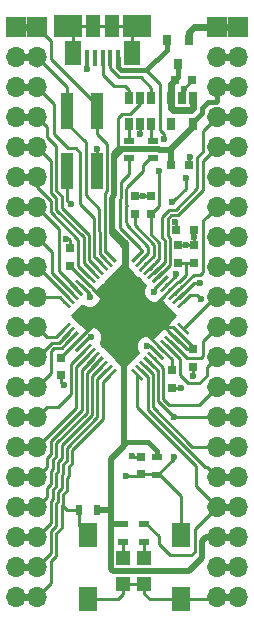
<source format=gtl>
%TF.GenerationSoftware,KiCad,Pcbnew,no-vcs-found-d00fc99~60~ubuntu16.04.1*%
%TF.CreationDate,2017-10-03T23:38:07-03:00*%
%TF.ProjectId,efm32-board,65666D33322D626F6172642E6B696361,rev?*%
%TF.SameCoordinates,Original*%
%TF.FileFunction,Copper,L1,Top,Signal*%
%TF.FilePolarity,Positive*%
%FSLAX46Y46*%
G04 Gerber Fmt 4.6, Leading zero omitted, Abs format (unit mm)*
G04 Created by KiCad (PCBNEW no-vcs-found-d00fc99~60~ubuntu16.04.1) date Tue Oct  3 23:38:07 2017*
%MOMM*%
%LPD*%
G01*
G04 APERTURE LIST*
%TA.AperFunction,SMDPad,CuDef*%
%ADD10R,1.000000X3.150000*%
%TD*%
%TA.AperFunction,SMDPad,CuDef*%
%ADD11R,0.750000X0.800000*%
%TD*%
%TA.AperFunction,SMDPad,CuDef*%
%ADD12R,0.800000X0.900000*%
%TD*%
%TA.AperFunction,SMDPad,CuDef*%
%ADD13R,1.600000X2.000000*%
%TD*%
%TA.AperFunction,ComponentPad*%
%ADD14R,1.700000X1.700000*%
%TD*%
%TA.AperFunction,ComponentPad*%
%ADD15O,1.700000X1.700000*%
%TD*%
%TA.AperFunction,SMDPad,CuDef*%
%ADD16R,0.650000X1.060000*%
%TD*%
%TA.AperFunction,SMDPad,CuDef*%
%ADD17R,0.800000X0.750000*%
%TD*%
%TA.AperFunction,SMDPad,CuDef*%
%ADD18C,0.250000*%
%TD*%
%TA.AperFunction,Conductor*%
%ADD19C,0.100000*%
%TD*%
%TA.AperFunction,SMDPad,CuDef*%
%ADD20R,0.900000X0.500000*%
%TD*%
%TA.AperFunction,SMDPad,CuDef*%
%ADD21R,1.175000X1.900000*%
%TD*%
%TA.AperFunction,SMDPad,CuDef*%
%ADD22R,2.375000X1.900000*%
%TD*%
%TA.AperFunction,SMDPad,CuDef*%
%ADD23R,1.475000X2.100000*%
%TD*%
%TA.AperFunction,SMDPad,CuDef*%
%ADD24R,0.450000X1.380000*%
%TD*%
%TA.AperFunction,SMDPad,CuDef*%
%ADD25R,1.200000X1.200000*%
%TD*%
%TA.AperFunction,SMDPad,CuDef*%
%ADD26R,0.500000X0.900000*%
%TD*%
%TA.AperFunction,ViaPad*%
%ADD27C,0.600000*%
%TD*%
%TA.AperFunction,Conductor*%
%ADD28C,0.600000*%
%TD*%
%TA.AperFunction,Conductor*%
%ADD29C,0.400000*%
%TD*%
%TA.AperFunction,Conductor*%
%ADD30C,0.250000*%
%TD*%
%TA.AperFunction,Conductor*%
%ADD31C,0.500000*%
%TD*%
%TA.AperFunction,Conductor*%
%ADD32C,0.254000*%
%TD*%
G04 APERTURE END LIST*
D10*
%TO.P,J4,4*%
%TO.N,/nRESET*%
X122088000Y-83990000D03*
%TO.P,J4,3*%
%TO.N,/PF1/SWDIO*%
X122088000Y-78940000D03*
%TO.P,J4,2*%
%TO.N,GND*%
X124628000Y-83990000D03*
%TO.P,J4,1*%
%TO.N,/PF0/SWCLK*%
X124628000Y-78940000D03*
%TD*%
D11*
%TO.P,C7,2*%
%TO.N,GND*%
X127788000Y-86145000D03*
%TO.P,C7,1*%
%TO.N,Net-(C7-Pad1)*%
X127788000Y-87645000D03*
%TD*%
D12*
%TO.P,D2,3*%
%TO.N,+5V*%
X131438000Y-74915000D03*
%TO.P,D2,2*%
%TO.N,/vusb*%
X130488000Y-72915000D03*
%TO.P,D2,1*%
%TO.N,/vin*%
X132388000Y-72915000D03*
%TD*%
D13*
%TO.P,SW1,1*%
%TO.N,GND*%
X131698000Y-120255000D03*
%TO.P,SW1,2*%
%TO.N,/nRESET*%
X131698000Y-114855000D03*
%TD*%
D14*
%TO.P,J5,1*%
%TO.N,/vin*%
X136538000Y-71775000D03*
D15*
%TO.P,J5,2*%
%TO.N,GND*%
X136538000Y-74315000D03*
%TO.P,J5,3*%
%TO.N,+3V3*%
X136538000Y-76855000D03*
%TO.P,J5,4*%
%TO.N,/PC10*%
X136538000Y-79395000D03*
%TO.P,J5,5*%
%TO.N,/PC9*%
X136538000Y-81935000D03*
%TO.P,J5,6*%
%TO.N,/PC8*%
X136538000Y-84475000D03*
%TO.P,J5,7*%
%TO.N,/PD7*%
X136538000Y-87015000D03*
%TO.P,J5,8*%
%TO.N,/PD6*%
X136538000Y-89555000D03*
%TO.P,J5,9*%
%TO.N,/PD5*%
X136538000Y-92095000D03*
%TO.P,J5,10*%
%TO.N,/PD4*%
X136538000Y-94635000D03*
%TO.P,J5,11*%
%TO.N,/PB14*%
X136538000Y-97175000D03*
%TO.P,J5,12*%
%TO.N,/PB13*%
X136538000Y-99715000D03*
%TO.P,J5,13*%
%TO.N,/PB11*%
X136538000Y-102255000D03*
%TO.P,J5,14*%
%TO.N,/nRESET*%
X136538000Y-104795000D03*
%TO.P,J5,15*%
%TO.N,/PA10*%
X136538000Y-107335000D03*
%TO.P,J5,16*%
%TO.N,/PA9*%
X136538000Y-109875000D03*
%TO.P,J5,17*%
%TO.N,/PA8*%
X136538000Y-112415000D03*
%TO.P,J5,18*%
%TO.N,+3V3*%
X136538000Y-114955000D03*
%TO.P,J5,19*%
%TO.N,GND*%
X136538000Y-117495000D03*
%TO.P,J5,20*%
X136538000Y-120035000D03*
%TD*%
D16*
%TO.P,U3,5*%
%TO.N,+3V3*%
X128238000Y-77805000D03*
%TO.P,U3,6*%
%TO.N,/B_USB+*%
X127288000Y-77805000D03*
%TO.P,U3,4*%
%TO.N,/B_USB-*%
X129188000Y-77805000D03*
%TO.P,U3,3*%
%TO.N,Net-(R2-Pad1)*%
X129188000Y-80005000D03*
%TO.P,U3,2*%
%TO.N,GND*%
X128238000Y-80005000D03*
%TO.P,U3,1*%
%TO.N,Net-(R1-Pad1)*%
X127288000Y-80005000D03*
%TD*%
%TO.P,U2,5*%
%TO.N,+3V3*%
X132748000Y-80025000D03*
%TO.P,U2,4*%
%TO.N,N/C*%
X130848000Y-80025000D03*
%TO.P,U2,3*%
%TO.N,+5V*%
X130848000Y-77825000D03*
%TO.P,U2,2*%
%TO.N,GND*%
X131798000Y-77825000D03*
%TO.P,U2,1*%
%TO.N,+5V*%
X132748000Y-77825000D03*
%TD*%
D14*
%TO.P,J2,1*%
%TO.N,/vin*%
X134740619Y-71782500D03*
D15*
%TO.P,J2,2*%
%TO.N,GND*%
X134740619Y-74322500D03*
%TO.P,J2,3*%
%TO.N,+3V3*%
X134740619Y-76862500D03*
%TO.P,J2,4*%
%TO.N,/PC10*%
X134740619Y-79402500D03*
%TO.P,J2,5*%
%TO.N,/PC9*%
X134740619Y-81942500D03*
%TO.P,J2,6*%
%TO.N,/PC8*%
X134740619Y-84482500D03*
%TO.P,J2,7*%
%TO.N,/PD7*%
X134740619Y-87022500D03*
%TO.P,J2,8*%
%TO.N,/PD6*%
X134740619Y-89562500D03*
%TO.P,J2,9*%
%TO.N,/PD5*%
X134740619Y-92102500D03*
%TO.P,J2,10*%
%TO.N,/PD4*%
X134740619Y-94642500D03*
%TO.P,J2,11*%
%TO.N,/PB14*%
X134740619Y-97182500D03*
%TO.P,J2,12*%
%TO.N,/PB13*%
X134740619Y-99722500D03*
%TO.P,J2,13*%
%TO.N,/PB11*%
X134740619Y-102262500D03*
%TO.P,J2,14*%
%TO.N,/nRESET*%
X134740619Y-104802500D03*
%TO.P,J2,15*%
%TO.N,/PA10*%
X134740619Y-107342500D03*
%TO.P,J2,16*%
%TO.N,/PA9*%
X134740619Y-109882500D03*
%TO.P,J2,17*%
%TO.N,/PA8*%
X134740619Y-112422500D03*
%TO.P,J2,18*%
%TO.N,+3V3*%
X134740619Y-114962500D03*
%TO.P,J2,19*%
%TO.N,GND*%
X134740619Y-117502500D03*
%TO.P,J2,20*%
X134740619Y-120042500D03*
%TD*%
D17*
%TO.P,C9,2*%
%TO.N,GND*%
X132808000Y-88975000D03*
%TO.P,C9,1*%
%TO.N,Net-(C9-Pad1)*%
X131308000Y-88975000D03*
%TD*%
D18*
%TO.P,U1,1*%
%TO.N,/PA0*%
X121837542Y-97346371D03*
D19*
%TD*%
%TO.N,/PA0*%
%TO.C,U1*%
G36*
X121466311Y-97894379D02*
X121289534Y-97717602D01*
X122208773Y-96798363D01*
X122385550Y-96975140D01*
X121466311Y-97894379D01*
X121466311Y-97894379D01*
G37*
D18*
%TO.P,U1,2*%
%TO.N,/PA1*%
X122191095Y-97699924D03*
D19*
%TD*%
%TO.N,/PA1*%
%TO.C,U1*%
G36*
X121819864Y-98247932D02*
X121643087Y-98071155D01*
X122562326Y-97151916D01*
X122739103Y-97328693D01*
X121819864Y-98247932D01*
X121819864Y-98247932D01*
G37*
D18*
%TO.P,U1,3*%
%TO.N,/PA2*%
X122544649Y-98053478D03*
D19*
%TD*%
%TO.N,/PA2*%
%TO.C,U1*%
G36*
X122173418Y-98601486D02*
X121996641Y-98424709D01*
X122915880Y-97505470D01*
X123092657Y-97682247D01*
X122173418Y-98601486D01*
X122173418Y-98601486D01*
G37*
D18*
%TO.P,U1,4*%
%TO.N,+3V3*%
X122898202Y-98407031D03*
D19*
%TD*%
%TO.N,+3V3*%
%TO.C,U1*%
G36*
X122526971Y-98955039D02*
X122350194Y-98778262D01*
X123269433Y-97859023D01*
X123446210Y-98035800D01*
X122526971Y-98955039D01*
X122526971Y-98955039D01*
G37*
D18*
%TO.P,U1,5*%
%TO.N,GND*%
X123251755Y-98760584D03*
D19*
%TD*%
%TO.N,GND*%
%TO.C,U1*%
G36*
X122880524Y-99308592D02*
X122703747Y-99131815D01*
X123622986Y-98212576D01*
X123799763Y-98389353D01*
X122880524Y-99308592D01*
X122880524Y-99308592D01*
G37*
D18*
%TO.P,U1,6*%
%TO.N,/PC0*%
X123605309Y-99114138D03*
D19*
%TD*%
%TO.N,/PC0*%
%TO.C,U1*%
G36*
X123234078Y-99662146D02*
X123057301Y-99485369D01*
X123976540Y-98566130D01*
X124153317Y-98742907D01*
X123234078Y-99662146D01*
X123234078Y-99662146D01*
G37*
D18*
%TO.P,U1,7*%
%TO.N,/PC1*%
X123958862Y-99467691D03*
D19*
%TD*%
%TO.N,/PC1*%
%TO.C,U1*%
G36*
X123587631Y-100015699D02*
X123410854Y-99838922D01*
X124330093Y-98919683D01*
X124506870Y-99096460D01*
X123587631Y-100015699D01*
X123587631Y-100015699D01*
G37*
D18*
%TO.P,U1,8*%
%TO.N,/PC2*%
X124312416Y-99821245D03*
D19*
%TD*%
%TO.N,/PC2*%
%TO.C,U1*%
G36*
X123941185Y-100369253D02*
X123764408Y-100192476D01*
X124683647Y-99273237D01*
X124860424Y-99450014D01*
X123941185Y-100369253D01*
X123941185Y-100369253D01*
G37*
D18*
%TO.P,U1,9*%
%TO.N,/PC3*%
X124665969Y-100174798D03*
D19*
%TD*%
%TO.N,/PC3*%
%TO.C,U1*%
G36*
X124294738Y-100722806D02*
X124117961Y-100546029D01*
X125037200Y-99626790D01*
X125213977Y-99803567D01*
X124294738Y-100722806D01*
X124294738Y-100722806D01*
G37*
D18*
%TO.P,U1,10*%
%TO.N,/PC4*%
X125019522Y-100528351D03*
D19*
%TD*%
%TO.N,/PC4*%
%TO.C,U1*%
G36*
X124648291Y-101076359D02*
X124471514Y-100899582D01*
X125390753Y-99980343D01*
X125567530Y-100157120D01*
X124648291Y-101076359D01*
X124648291Y-101076359D01*
G37*
D18*
%TO.P,U1,11*%
%TO.N,/PB7*%
X125373076Y-100881905D03*
D19*
%TD*%
%TO.N,/PB7*%
%TO.C,U1*%
G36*
X125001845Y-101429913D02*
X124825068Y-101253136D01*
X125744307Y-100333897D01*
X125921084Y-100510674D01*
X125001845Y-101429913D01*
X125001845Y-101429913D01*
G37*
D18*
%TO.P,U1,12*%
%TO.N,/PB8*%
X125726629Y-101235458D03*
D19*
%TD*%
%TO.N,/PB8*%
%TO.C,U1*%
G36*
X125355398Y-101783466D02*
X125178621Y-101606689D01*
X126097860Y-100687450D01*
X126274637Y-100864227D01*
X125355398Y-101783466D01*
X125355398Y-101783466D01*
G37*
D18*
%TO.P,U1,13*%
%TO.N,/PA8*%
X127989371Y-101235458D03*
D19*
%TD*%
%TO.N,/PA8*%
%TO.C,U1*%
G36*
X128537379Y-101606689D02*
X128360602Y-101783466D01*
X127441363Y-100864227D01*
X127618140Y-100687450D01*
X128537379Y-101606689D01*
X128537379Y-101606689D01*
G37*
D18*
%TO.P,U1,14*%
%TO.N,/PA9*%
X128342924Y-100881905D03*
D19*
%TD*%
%TO.N,/PA9*%
%TO.C,U1*%
G36*
X128890932Y-101253136D02*
X128714155Y-101429913D01*
X127794916Y-100510674D01*
X127971693Y-100333897D01*
X128890932Y-101253136D01*
X128890932Y-101253136D01*
G37*
D18*
%TO.P,U1,15*%
%TO.N,/PA10*%
X128696478Y-100528351D03*
D19*
%TD*%
%TO.N,/PA10*%
%TO.C,U1*%
G36*
X129244486Y-100899582D02*
X129067709Y-101076359D01*
X128148470Y-100157120D01*
X128325247Y-99980343D01*
X129244486Y-100899582D01*
X129244486Y-100899582D01*
G37*
D18*
%TO.P,U1,16*%
%TO.N,/nRESET*%
X129050031Y-100174798D03*
D19*
%TD*%
%TO.N,/nRESET*%
%TO.C,U1*%
G36*
X129598039Y-100546029D02*
X129421262Y-100722806D01*
X128502023Y-99803567D01*
X128678800Y-99626790D01*
X129598039Y-100546029D01*
X129598039Y-100546029D01*
G37*
D18*
%TO.P,U1,17*%
%TO.N,/PB11*%
X129403584Y-99821245D03*
D19*
%TD*%
%TO.N,/PB11*%
%TO.C,U1*%
G36*
X129951592Y-100192476D02*
X129774815Y-100369253D01*
X128855576Y-99450014D01*
X129032353Y-99273237D01*
X129951592Y-100192476D01*
X129951592Y-100192476D01*
G37*
D18*
%TO.P,U1,18*%
%TO.N,GND*%
X129757138Y-99467691D03*
D19*
%TD*%
%TO.N,GND*%
%TO.C,U1*%
G36*
X130305146Y-99838922D02*
X130128369Y-100015699D01*
X129209130Y-99096460D01*
X129385907Y-98919683D01*
X130305146Y-99838922D01*
X130305146Y-99838922D01*
G37*
D18*
%TO.P,U1,19*%
%TO.N,+3V3*%
X130110691Y-99114138D03*
D19*
%TD*%
%TO.N,+3V3*%
%TO.C,U1*%
G36*
X130658699Y-99485369D02*
X130481922Y-99662146D01*
X129562683Y-98742907D01*
X129739460Y-98566130D01*
X130658699Y-99485369D01*
X130658699Y-99485369D01*
G37*
D18*
%TO.P,U1,20*%
%TO.N,/PB13*%
X130464245Y-98760584D03*
D19*
%TD*%
%TO.N,/PB13*%
%TO.C,U1*%
G36*
X131012253Y-99131815D02*
X130835476Y-99308592D01*
X129916237Y-98389353D01*
X130093014Y-98212576D01*
X131012253Y-99131815D01*
X131012253Y-99131815D01*
G37*
D18*
%TO.P,U1,21*%
%TO.N,/PB14*%
X130817798Y-98407031D03*
D19*
%TD*%
%TO.N,/PB14*%
%TO.C,U1*%
G36*
X131365806Y-98778262D02*
X131189029Y-98955039D01*
X130269790Y-98035800D01*
X130446567Y-97859023D01*
X131365806Y-98778262D01*
X131365806Y-98778262D01*
G37*
D18*
%TO.P,U1,22*%
%TO.N,+3V3*%
X131171351Y-98053478D03*
D19*
%TD*%
%TO.N,+3V3*%
%TO.C,U1*%
G36*
X131719359Y-98424709D02*
X131542582Y-98601486D01*
X130623343Y-97682247D01*
X130800120Y-97505470D01*
X131719359Y-98424709D01*
X131719359Y-98424709D01*
G37*
D18*
%TO.P,U1,23*%
%TO.N,+3V3*%
X131524905Y-97699924D03*
D19*
%TD*%
%TO.N,+3V3*%
%TO.C,U1*%
G36*
X132072913Y-98071155D02*
X131896136Y-98247932D01*
X130976897Y-97328693D01*
X131153674Y-97151916D01*
X132072913Y-98071155D01*
X132072913Y-98071155D01*
G37*
D18*
%TO.P,U1,24*%
%TO.N,/PD4*%
X131878458Y-97346371D03*
D19*
%TD*%
%TO.N,/PD4*%
%TO.C,U1*%
G36*
X132426466Y-97717602D02*
X132249689Y-97894379D01*
X131330450Y-96975140D01*
X131507227Y-96798363D01*
X132426466Y-97717602D01*
X132426466Y-97717602D01*
G37*
D18*
%TO.P,U1,25*%
%TO.N,/PD5*%
X131878458Y-95083629D03*
D19*
%TD*%
%TO.N,/PD5*%
%TO.C,U1*%
G36*
X131507227Y-95631637D02*
X131330450Y-95454860D01*
X132249689Y-94535621D01*
X132426466Y-94712398D01*
X131507227Y-95631637D01*
X131507227Y-95631637D01*
G37*
D18*
%TO.P,U1,26*%
%TO.N,/PD6*%
X131524905Y-94730076D03*
D19*
%TD*%
%TO.N,/PD6*%
%TO.C,U1*%
G36*
X131153674Y-95278084D02*
X130976897Y-95101307D01*
X131896136Y-94182068D01*
X132072913Y-94358845D01*
X131153674Y-95278084D01*
X131153674Y-95278084D01*
G37*
D18*
%TO.P,U1,27*%
%TO.N,/PD7*%
X131171351Y-94376522D03*
D19*
%TD*%
%TO.N,/PD7*%
%TO.C,U1*%
G36*
X130800120Y-94924530D02*
X130623343Y-94747753D01*
X131542582Y-93828514D01*
X131719359Y-94005291D01*
X130800120Y-94924530D01*
X130800120Y-94924530D01*
G37*
D18*
%TO.P,U1,28*%
%TO.N,+3V3*%
X130817798Y-94022969D03*
D19*
%TD*%
%TO.N,+3V3*%
%TO.C,U1*%
G36*
X130446567Y-94570977D02*
X130269790Y-94394200D01*
X131189029Y-93474961D01*
X131365806Y-93651738D01*
X130446567Y-94570977D01*
X130446567Y-94570977D01*
G37*
D18*
%TO.P,U1,29*%
%TO.N,Net-(C9-Pad1)*%
X130464245Y-93669416D03*
D19*
%TD*%
%TO.N,Net-(C9-Pad1)*%
%TO.C,U1*%
G36*
X130093014Y-94217424D02*
X129916237Y-94040647D01*
X130835476Y-93121408D01*
X131012253Y-93298185D01*
X130093014Y-94217424D01*
X130093014Y-94217424D01*
G37*
D18*
%TO.P,U1,30*%
%TO.N,/PC8*%
X130110691Y-93315862D03*
D19*
%TD*%
%TO.N,/PC8*%
%TO.C,U1*%
G36*
X129739460Y-93863870D02*
X129562683Y-93687093D01*
X130481922Y-92767854D01*
X130658699Y-92944631D01*
X129739460Y-93863870D01*
X129739460Y-93863870D01*
G37*
D18*
%TO.P,U1,31*%
%TO.N,/PC9*%
X129757138Y-92962309D03*
D19*
%TD*%
%TO.N,/PC9*%
%TO.C,U1*%
G36*
X129385907Y-93510317D02*
X129209130Y-93333540D01*
X130128369Y-92414301D01*
X130305146Y-92591078D01*
X129385907Y-93510317D01*
X129385907Y-93510317D01*
G37*
D18*
%TO.P,U1,32*%
%TO.N,/PC10*%
X129403584Y-92608755D03*
D19*
%TD*%
%TO.N,/PC10*%
%TO.C,U1*%
G36*
X129032353Y-93156763D02*
X128855576Y-92979986D01*
X129774815Y-92060747D01*
X129951592Y-92237524D01*
X129032353Y-93156763D01*
X129032353Y-93156763D01*
G37*
D18*
%TO.P,U1,33*%
%TO.N,/vusb*%
X129050031Y-92255202D03*
D19*
%TD*%
%TO.N,/vusb*%
%TO.C,U1*%
G36*
X128678800Y-92803210D02*
X128502023Y-92626433D01*
X129421262Y-91707194D01*
X129598039Y-91883971D01*
X128678800Y-92803210D01*
X128678800Y-92803210D01*
G37*
D18*
%TO.P,U1,34*%
%TO.N,Net-(C7-Pad1)*%
X128696478Y-91901649D03*
D19*
%TD*%
%TO.N,Net-(C7-Pad1)*%
%TO.C,U1*%
G36*
X128325247Y-92449657D02*
X128148470Y-92272880D01*
X129067709Y-91353641D01*
X129244486Y-91530418D01*
X128325247Y-92449657D01*
X128325247Y-92449657D01*
G37*
D18*
%TO.P,U1,35*%
%TO.N,/USB-*%
X128342924Y-91548095D03*
D19*
%TD*%
%TO.N,/USB-*%
%TO.C,U1*%
G36*
X127971693Y-92096103D02*
X127794916Y-91919326D01*
X128714155Y-91000087D01*
X128890932Y-91176864D01*
X127971693Y-92096103D01*
X127971693Y-92096103D01*
G37*
D18*
%TO.P,U1,36*%
%TO.N,/USB+*%
X127989371Y-91194542D03*
D19*
%TD*%
%TO.N,/USB+*%
%TO.C,U1*%
G36*
X127618140Y-91742550D02*
X127441363Y-91565773D01*
X128360602Y-90646534D01*
X128537379Y-90823311D01*
X127618140Y-91742550D01*
X127618140Y-91742550D01*
G37*
D18*
%TO.P,U1,37*%
%TO.N,/PF0/SWCLK*%
X125726629Y-91194542D03*
D19*
%TD*%
%TO.N,/PF0/SWCLK*%
%TO.C,U1*%
G36*
X126274637Y-91565773D02*
X126097860Y-91742550D01*
X125178621Y-90823311D01*
X125355398Y-90646534D01*
X126274637Y-91565773D01*
X126274637Y-91565773D01*
G37*
D18*
%TO.P,U1,38*%
%TO.N,/PF1/SWDIO*%
X125373076Y-91548095D03*
D19*
%TD*%
%TO.N,/PF1/SWDIO*%
%TO.C,U1*%
G36*
X125921084Y-91919326D02*
X125744307Y-92096103D01*
X124825068Y-91176864D01*
X125001845Y-91000087D01*
X125921084Y-91919326D01*
X125921084Y-91919326D01*
G37*
D18*
%TO.P,U1,39*%
%TO.N,/PF2*%
X125019522Y-91901649D03*
D19*
%TD*%
%TO.N,/PF2*%
%TO.C,U1*%
G36*
X125567530Y-92272880D02*
X125390753Y-92449657D01*
X124471514Y-91530418D01*
X124648291Y-91353641D01*
X125567530Y-92272880D01*
X125567530Y-92272880D01*
G37*
D18*
%TO.P,U1,40*%
%TO.N,/PF3*%
X124665969Y-92255202D03*
D19*
%TD*%
%TO.N,/PF3*%
%TO.C,U1*%
G36*
X125213977Y-92626433D02*
X125037200Y-92803210D01*
X124117961Y-91883971D01*
X124294738Y-91707194D01*
X125213977Y-92626433D01*
X125213977Y-92626433D01*
G37*
D18*
%TO.P,U1,41*%
%TO.N,/PF4*%
X124312416Y-92608755D03*
D19*
%TD*%
%TO.N,/PF4*%
%TO.C,U1*%
G36*
X124860424Y-92979986D02*
X124683647Y-93156763D01*
X123764408Y-92237524D01*
X123941185Y-92060747D01*
X124860424Y-92979986D01*
X124860424Y-92979986D01*
G37*
D18*
%TO.P,U1,42*%
%TO.N,/PF5*%
X123958862Y-92962309D03*
D19*
%TD*%
%TO.N,/PF5*%
%TO.C,U1*%
G36*
X124506870Y-93333540D02*
X124330093Y-93510317D01*
X123410854Y-92591078D01*
X123587631Y-92414301D01*
X124506870Y-93333540D01*
X124506870Y-93333540D01*
G37*
D18*
%TO.P,U1,43*%
%TO.N,+3V3*%
X123605309Y-93315862D03*
D19*
%TD*%
%TO.N,+3V3*%
%TO.C,U1*%
G36*
X124153317Y-93687093D02*
X123976540Y-93863870D01*
X123057301Y-92944631D01*
X123234078Y-92767854D01*
X124153317Y-93687093D01*
X124153317Y-93687093D01*
G37*
D18*
%TO.P,U1,44*%
%TO.N,GND*%
X123251755Y-93669416D03*
D19*
%TD*%
%TO.N,GND*%
%TO.C,U1*%
G36*
X123799763Y-94040647D02*
X123622986Y-94217424D01*
X122703747Y-93298185D01*
X122880524Y-93121408D01*
X123799763Y-94040647D01*
X123799763Y-94040647D01*
G37*
D18*
%TO.P,U1,45*%
%TO.N,/PE10*%
X122898202Y-94022969D03*
D19*
%TD*%
%TO.N,/PE10*%
%TO.C,U1*%
G36*
X123446210Y-94394200D02*
X123269433Y-94570977D01*
X122350194Y-93651738D01*
X122526971Y-93474961D01*
X123446210Y-94394200D01*
X123446210Y-94394200D01*
G37*
D18*
%TO.P,U1,46*%
%TO.N,/PE11*%
X122544649Y-94376522D03*
D19*
%TD*%
%TO.N,/PE11*%
%TO.C,U1*%
G36*
X123092657Y-94747753D02*
X122915880Y-94924530D01*
X121996641Y-94005291D01*
X122173418Y-93828514D01*
X123092657Y-94747753D01*
X123092657Y-94747753D01*
G37*
D18*
%TO.P,U1,47*%
%TO.N,/PE12*%
X122191095Y-94730076D03*
D19*
%TD*%
%TO.N,/PE12*%
%TO.C,U1*%
G36*
X122739103Y-95101307D02*
X122562326Y-95278084D01*
X121643087Y-94358845D01*
X121819864Y-94182068D01*
X122739103Y-95101307D01*
X122739103Y-95101307D01*
G37*
D18*
%TO.P,U1,48*%
%TO.N,/PE13*%
X121837542Y-95083629D03*
D19*
%TD*%
%TO.N,/PE13*%
%TO.C,U1*%
G36*
X122385550Y-95454860D02*
X122208773Y-95631637D01*
X121289534Y-94712398D01*
X121466311Y-94535621D01*
X122385550Y-95454860D01*
X122385550Y-95454860D01*
G37*
D17*
%TO.P,C10,1*%
%TO.N,+3V3*%
X130848000Y-83465000D03*
%TO.P,C10,2*%
%TO.N,GND*%
X132348000Y-83465000D03*
%TD*%
%TO.P,C11,2*%
%TO.N,GND*%
X132678000Y-76295000D03*
%TO.P,C11,1*%
%TO.N,+5V*%
X131178000Y-76295000D03*
%TD*%
D20*
%TO.P,R2,1*%
%TO.N,Net-(R2-Pad1)*%
X129318000Y-81415000D03*
%TO.P,R2,2*%
%TO.N,/USB-*%
X129318000Y-82915000D03*
%TD*%
%TO.P,R1,2*%
%TO.N,/USB+*%
X127288000Y-82925000D03*
%TO.P,R1,1*%
%TO.N,Net-(R1-Pad1)*%
X127288000Y-81425000D03*
%TD*%
D11*
%TO.P,C3,1*%
%TO.N,+3V3*%
X122318000Y-92025000D03*
%TO.P,C3,2*%
%TO.N,GND*%
X122318000Y-90525000D03*
%TD*%
%TO.P,C2,2*%
%TO.N,GND*%
X121588000Y-101305000D03*
%TO.P,C2,1*%
%TO.N,+3V3*%
X121588000Y-99805000D03*
%TD*%
%TO.P,C4,1*%
%TO.N,GND*%
X130928000Y-102385000D03*
%TO.P,C4,2*%
%TO.N,+3V3*%
X130928000Y-100885000D03*
%TD*%
%TO.P,C5,1*%
%TO.N,GND*%
X132748000Y-100585000D03*
%TO.P,C5,2*%
%TO.N,+3V3*%
X132748000Y-99085000D03*
%TD*%
%TO.P,C6,1*%
%TO.N,+3V3*%
X131468000Y-91785000D03*
%TO.P,C6,2*%
%TO.N,GND*%
X131468000Y-90285000D03*
%TD*%
D14*
%TO.P,J1,1*%
%TO.N,/PF0/SWCLK*%
X119538000Y-71825000D03*
D15*
%TO.P,J1,2*%
%TO.N,/PF1/SWDIO*%
X119538000Y-74365000D03*
%TO.P,J1,3*%
%TO.N,/PF2*%
X119538000Y-76905000D03*
%TO.P,J1,4*%
%TO.N,/PF3*%
X119538000Y-79445000D03*
%TO.P,J1,5*%
%TO.N,/PF4*%
X119538000Y-81985000D03*
%TO.P,J1,6*%
%TO.N,/PF5*%
X119538000Y-84525000D03*
%TO.P,J1,7*%
%TO.N,/PE10*%
X119538000Y-87065000D03*
%TO.P,J1,8*%
%TO.N,/PE11*%
X119538000Y-89605000D03*
%TO.P,J1,9*%
%TO.N,/PE12*%
X119538000Y-92145000D03*
%TO.P,J1,10*%
%TO.N,/PE13*%
X119538000Y-94685000D03*
%TO.P,J1,11*%
%TO.N,/PA0*%
X119538000Y-97225000D03*
%TO.P,J1,12*%
%TO.N,/PA1*%
X119538000Y-99765000D03*
%TO.P,J1,13*%
%TO.N,/PA2*%
X119538000Y-102305000D03*
%TO.P,J1,14*%
%TO.N,/PC0*%
X119538000Y-104845000D03*
%TO.P,J1,15*%
%TO.N,/PC1*%
X119538000Y-107385000D03*
%TO.P,J1,16*%
%TO.N,/PC2*%
X119538000Y-109925000D03*
%TO.P,J1,17*%
%TO.N,/PC3*%
X119538000Y-112465000D03*
%TO.P,J1,18*%
%TO.N,/PC4*%
X119538000Y-115005000D03*
%TO.P,J1,19*%
%TO.N,/PB7*%
X119538000Y-117545000D03*
%TO.P,J1,20*%
%TO.N,/PB8*%
X119538000Y-120085000D03*
%TD*%
D21*
%TO.P,J3,6*%
%TO.N,Net-(J3-Pad6)*%
X124228000Y-71725000D03*
X125908000Y-71725000D03*
D22*
X122158000Y-71725000D03*
X127978000Y-71725000D03*
D23*
X122605500Y-74025000D03*
X127530500Y-74025000D03*
D24*
%TO.P,J3,5*%
%TO.N,GND*%
X123768000Y-74385000D03*
%TO.P,J3,4*%
%TO.N,N/C*%
X124418000Y-74385000D03*
%TO.P,J3,3*%
%TO.N,/B_USB+*%
X125068000Y-74385000D03*
%TO.P,J3,2*%
%TO.N,/B_USB-*%
X125718000Y-74385000D03*
%TO.P,J3,1*%
%TO.N,/vusb*%
X126368000Y-74385000D03*
%TD*%
D20*
%TO.P,R4,2*%
%TO.N,/nRESET*%
X129698000Y-109745000D03*
%TO.P,R4,1*%
%TO.N,+3V3*%
X129698000Y-108245000D03*
%TD*%
D11*
%TO.P,C1,1*%
%TO.N,GND*%
X128298000Y-108175000D03*
%TO.P,C1,2*%
%TO.N,/nRESET*%
X128298000Y-109675000D03*
%TD*%
%TO.P,C8,1*%
%TO.N,+3V3*%
X132778000Y-91775000D03*
%TO.P,C8,2*%
%TO.N,GND*%
X132778000Y-90275000D03*
%TD*%
D15*
%TO.P,J6,20*%
%TO.N,/PB8*%
X117748000Y-120085000D03*
%TO.P,J6,19*%
%TO.N,/PB7*%
X117748000Y-117545000D03*
%TO.P,J6,18*%
%TO.N,/PC4*%
X117748000Y-115005000D03*
%TO.P,J6,17*%
%TO.N,/PC3*%
X117748000Y-112465000D03*
%TO.P,J6,16*%
%TO.N,/PC2*%
X117748000Y-109925000D03*
%TO.P,J6,15*%
%TO.N,/PC1*%
X117748000Y-107385000D03*
%TO.P,J6,14*%
%TO.N,/PC0*%
X117748000Y-104845000D03*
%TO.P,J6,13*%
%TO.N,/PA2*%
X117748000Y-102305000D03*
%TO.P,J6,12*%
%TO.N,/PA1*%
X117748000Y-99765000D03*
%TO.P,J6,11*%
%TO.N,/PA0*%
X117748000Y-97225000D03*
%TO.P,J6,10*%
%TO.N,/PE13*%
X117748000Y-94685000D03*
%TO.P,J6,9*%
%TO.N,/PE12*%
X117748000Y-92145000D03*
%TO.P,J6,8*%
%TO.N,/PE11*%
X117748000Y-89605000D03*
%TO.P,J6,7*%
%TO.N,/PE10*%
X117748000Y-87065000D03*
%TO.P,J6,6*%
%TO.N,/PF5*%
X117748000Y-84525000D03*
%TO.P,J6,5*%
%TO.N,/PF4*%
X117748000Y-81985000D03*
%TO.P,J6,4*%
%TO.N,/PF3*%
X117748000Y-79445000D03*
%TO.P,J6,3*%
%TO.N,/PF2*%
X117748000Y-76905000D03*
%TO.P,J6,2*%
%TO.N,/PF1/SWDIO*%
X117748000Y-74365000D03*
D14*
%TO.P,J6,1*%
%TO.N,/PF0/SWCLK*%
X117748000Y-71825000D03*
%TD*%
D25*
%TO.P,D1,1*%
%TO.N,GND*%
X126803001Y-118932500D03*
%TO.P,D1,2*%
%TO.N,Net-(D1-Pad2)*%
X126803001Y-116732500D03*
%TD*%
%TO.P,D3,1*%
%TO.N,GND*%
X128573001Y-118932500D03*
%TO.P,D3,2*%
%TO.N,Net-(D3-Pad2)*%
X128573001Y-116732500D03*
%TD*%
D20*
%TO.P,R3,2*%
%TO.N,+3V3*%
X126808000Y-113885000D03*
%TO.P,R3,1*%
%TO.N,Net-(D1-Pad2)*%
X126808000Y-115385000D03*
%TD*%
D26*
%TO.P,R5,1*%
%TO.N,+3V3*%
X124568000Y-112705000D03*
%TO.P,R5,2*%
%TO.N,/PB8*%
X123068000Y-112705000D03*
%TD*%
D20*
%TO.P,R6,2*%
%TO.N,/PA8*%
X128588000Y-113875000D03*
%TO.P,R6,1*%
%TO.N,Net-(D3-Pad2)*%
X128588000Y-115375000D03*
%TD*%
D13*
%TO.P,SW2,1*%
%TO.N,GND*%
X123818000Y-120205000D03*
%TO.P,SW2,2*%
%TO.N,/PB8*%
X123818000Y-114805000D03*
%TD*%
D11*
%TO.P,C12,1*%
%TO.N,/vusb*%
X129188000Y-87645000D03*
%TO.P,C12,2*%
%TO.N,GND*%
X129188000Y-86145000D03*
%TD*%
D27*
%TO.N,GND*%
X121998000Y-89785000D03*
X121762934Y-102085000D03*
X124628000Y-82155000D03*
X132118000Y-90275000D03*
X132808000Y-89555000D03*
X128478000Y-86145000D03*
X123758000Y-75395000D03*
%TO.N,Net-(C9-Pad1)*%
X131273010Y-92751941D03*
X131205828Y-88345008D03*
%TO.N,/PD6*%
X133358464Y-93438699D03*
%TO.N,/nRESET*%
X122361359Y-86821641D03*
X127028000Y-109825000D03*
%TO.N,/vusb*%
X130268012Y-81275000D03*
X129868000Y-83975000D03*
%TO.N,GND*%
X132468000Y-82815000D03*
X131928000Y-77045000D03*
X128258000Y-80895000D03*
X127528000Y-108155000D03*
X124126059Y-98063059D03*
X124126059Y-98063059D03*
X123978000Y-94665000D03*
X128818000Y-98795000D03*
X131668000Y-102345000D03*
X132728000Y-101330000D03*
%TO.N,/PD5*%
X133409924Y-94870061D03*
%TO.N,/PC8*%
X130928000Y-86644977D03*
X132092990Y-84545000D03*
X129436373Y-94204772D03*
%TO.N,/nRESET*%
X131088000Y-108235000D03*
X131089090Y-104802500D03*
%TD*%
D28*
%TO.N,+5V*%
X132748000Y-77825000D02*
X132748000Y-78630002D01*
X132523001Y-78855001D02*
X131072999Y-78855001D01*
X132748000Y-78630002D02*
X132523001Y-78855001D01*
X130859474Y-78641476D02*
X130859474Y-77836474D01*
X131072999Y-78855001D02*
X130859474Y-78641476D01*
X130859474Y-77836474D02*
X130848000Y-77825000D01*
D29*
X131438000Y-74915000D02*
X131438000Y-76035000D01*
X131438000Y-76035000D02*
X131178000Y-76295000D01*
D30*
%TO.N,GND*%
X122318000Y-89875000D02*
X122228000Y-89785000D01*
X122318000Y-90525000D02*
X122318000Y-89875000D01*
X122228000Y-89785000D02*
X121998000Y-89785000D01*
X121588000Y-101305000D02*
X121588000Y-101910066D01*
X121588000Y-101910066D02*
X121762934Y-102085000D01*
X124608000Y-84110000D02*
X124608000Y-82175000D01*
X124608000Y-82175000D02*
X124628000Y-82155000D01*
D28*
X134740619Y-74322500D02*
X136530500Y-74322500D01*
X136530500Y-74322500D02*
X136538000Y-74315000D01*
D30*
X132118000Y-90275000D02*
X131478000Y-90275000D01*
X132778000Y-90275000D02*
X132118000Y-90275000D01*
X132808000Y-89555000D02*
X132808000Y-90245000D01*
X132808000Y-88975000D02*
X132808000Y-89555000D01*
X128478000Y-86145000D02*
X129188000Y-86145000D01*
X127788000Y-86145000D02*
X128478000Y-86145000D01*
X131478000Y-90275000D02*
X131468000Y-90285000D01*
X132808000Y-90245000D02*
X132778000Y-90275000D01*
X123768000Y-74385000D02*
X123768000Y-75385000D01*
X123768000Y-75385000D02*
X123758000Y-75395000D01*
D28*
%TO.N,+3V3*%
X134740619Y-114962500D02*
X136530500Y-114962500D01*
X136530500Y-114962500D02*
X136538000Y-114955000D01*
D31*
X132398000Y-117855000D02*
X133468000Y-116785000D01*
X133468000Y-116785000D02*
X133468000Y-115315000D01*
X125753000Y-113875000D02*
X125753000Y-117692501D01*
X125753000Y-117692501D02*
X125915499Y-117855000D01*
X133468000Y-115315000D02*
X133820500Y-114962500D01*
X125915499Y-117855000D02*
X132398000Y-117855000D01*
X133820500Y-114962500D02*
X134740619Y-114962500D01*
X126868000Y-107215000D02*
X126868000Y-107275000D01*
X125753000Y-108390000D02*
X125753000Y-112685000D01*
X126868000Y-107275000D02*
X125753000Y-108390000D01*
D29*
X129698000Y-107715000D02*
X129698000Y-108245000D01*
X128938000Y-106955000D02*
X129698000Y-107715000D01*
X127128000Y-106955000D02*
X128938000Y-106955000D01*
X126868000Y-107215000D02*
X127128000Y-106955000D01*
D31*
X126868000Y-96605000D02*
X126868000Y-107215000D01*
X125753000Y-112685000D02*
X125753000Y-113875000D01*
X124568000Y-112705000D02*
X125318000Y-112705000D01*
X125318000Y-112705000D02*
X125338000Y-112685000D01*
X125338000Y-112685000D02*
X125753000Y-112685000D01*
X125763000Y-113885000D02*
X125753000Y-113875000D01*
X126808000Y-113885000D02*
X125763000Y-113885000D01*
D30*
X122898202Y-98407031D02*
X121588000Y-99717233D01*
X121588000Y-99717233D02*
X121588000Y-99805000D01*
D31*
X125850989Y-89277989D02*
X126991353Y-90418353D01*
X125850989Y-86240201D02*
X125850989Y-89277989D01*
X126348011Y-82204989D02*
X126028012Y-82524988D01*
D32*
X125973989Y-82950409D02*
X126736399Y-82187999D01*
D31*
X126991353Y-96001647D02*
X126868000Y-96125000D01*
D32*
X127114353Y-93711353D02*
X127114353Y-90043421D01*
X129575767Y-95265000D02*
X128668000Y-95265000D01*
D31*
X126991353Y-90418353D02*
X126991353Y-96001647D01*
D32*
X126736399Y-82187999D02*
X130213158Y-82187999D01*
X130817798Y-94022969D02*
X129575767Y-95265000D01*
X125973989Y-88903057D02*
X125973989Y-82950409D01*
D31*
X126028012Y-82524988D02*
X126028012Y-86063178D01*
D32*
X128668000Y-95265000D02*
X127114353Y-93711353D01*
D31*
X126028012Y-86063178D02*
X125850989Y-86240201D01*
D32*
X127114353Y-90043421D02*
X125973989Y-88903057D01*
D30*
X128238000Y-77805000D02*
X128238000Y-78295002D01*
X128238000Y-78295002D02*
X127383003Y-79149999D01*
X127383003Y-79149999D02*
X126702999Y-79149999D01*
X126702999Y-79149999D02*
X126348011Y-79504987D01*
X126348011Y-79504987D02*
X126348011Y-82204989D01*
D31*
X129908011Y-82235001D02*
X129798011Y-82125001D01*
X130747999Y-82235001D02*
X129908011Y-82235001D01*
X130848000Y-82135000D02*
X130747999Y-82235001D01*
X129798011Y-82125001D02*
X126427999Y-82125001D01*
X126427999Y-82125001D02*
X126348011Y-82204989D01*
D28*
X134740619Y-76862500D02*
X136530500Y-76862500D01*
X136530500Y-76862500D02*
X136538000Y-76855000D01*
D29*
X132748000Y-79820000D02*
X133473000Y-79095000D01*
X133473000Y-79095000D02*
X133473000Y-78680000D01*
X133473000Y-78680000D02*
X134000501Y-78152499D01*
X134000501Y-78152499D02*
X134652701Y-78152499D01*
X134652701Y-78152499D02*
X134740619Y-78064581D01*
X134740619Y-78064581D02*
X134740619Y-76862500D01*
D31*
X130848000Y-82135000D02*
X130848000Y-82130000D01*
X132748000Y-80230000D02*
X132748000Y-80025000D01*
X130848000Y-82130000D02*
X132748000Y-80230000D01*
D32*
X132778000Y-91775000D02*
X132128000Y-91775000D01*
X132128000Y-91775000D02*
X131918000Y-91775000D01*
D30*
X130817798Y-94022969D02*
X131444584Y-93396183D01*
X131444584Y-93396183D02*
X131553773Y-93396183D01*
X131553773Y-93396183D02*
X132128000Y-92821956D01*
X132128000Y-92821956D02*
X132128000Y-91775000D01*
D32*
X131918000Y-91775000D02*
X131908000Y-91785000D01*
X131908000Y-91785000D02*
X131468000Y-91785000D01*
D29*
X126868000Y-95835000D02*
X126868000Y-96125000D01*
X126868000Y-96125000D02*
X126868000Y-96605000D01*
X126868000Y-95065000D02*
X126868000Y-95475000D01*
X126868000Y-95475000D02*
X126868000Y-95835000D01*
D30*
%TO.N,Net-(C9-Pad1)*%
X130464245Y-93669416D02*
X131273010Y-92860651D01*
X131273010Y-92860651D02*
X131273010Y-92751941D01*
X131308000Y-88350000D02*
X131303008Y-88345008D01*
X131308000Y-88975000D02*
X131308000Y-88350000D01*
X131303008Y-88345008D02*
X131205828Y-88345008D01*
%TO.N,/PD6*%
X132816282Y-93438699D02*
X132934200Y-93438699D01*
X131524905Y-94730076D02*
X132816282Y-93438699D01*
X132934200Y-93438699D02*
X133358464Y-93438699D01*
%TO.N,/PD7*%
X131171351Y-94376522D02*
X131701680Y-93846193D01*
X131701680Y-93846193D02*
X131740173Y-93846193D01*
X133890620Y-87872499D02*
X134740619Y-87022500D01*
X131740173Y-93846193D02*
X132771366Y-92815000D01*
X132771366Y-92815000D02*
X133318000Y-92815000D01*
X133565618Y-92567382D02*
X133565618Y-91538499D01*
X133578000Y-88986117D02*
X133578000Y-88185119D01*
X133578000Y-88185119D02*
X133890620Y-87872499D01*
X133318000Y-92815000D02*
X133565618Y-92567382D01*
X133578000Y-91526117D02*
X133578000Y-90138883D01*
X133565618Y-90126501D02*
X133565618Y-88998499D01*
X133565618Y-91538499D02*
X133578000Y-91526117D01*
X133578000Y-90138883D02*
X133565618Y-90126501D01*
X133565618Y-88998499D02*
X133578000Y-88986117D01*
%TO.N,/PC9*%
X133890620Y-82792499D02*
X134740619Y-81942500D01*
X130572999Y-88044999D02*
X130897998Y-87719998D01*
X130572999Y-89481516D02*
X130572999Y-88044999D01*
X130897998Y-87719998D02*
X131444415Y-87719998D01*
X133565618Y-85598795D02*
X133565618Y-83117501D01*
X133565618Y-83117501D02*
X133890620Y-82792499D01*
X130767999Y-89676516D02*
X130572999Y-89481516D01*
X130767999Y-91951448D02*
X130767999Y-89676516D01*
X129757138Y-92962309D02*
X130767999Y-91951448D01*
X131444415Y-87719998D02*
X133565618Y-85598795D01*
%TO.N,/PC10*%
X133565618Y-80577501D02*
X133890620Y-80252499D01*
X133093011Y-82849989D02*
X133565618Y-82377382D01*
X133093011Y-85434991D02*
X133093011Y-82849989D01*
X130317986Y-89862923D02*
X130122988Y-89667925D01*
X131258015Y-87269987D02*
X133093011Y-85434991D01*
X130711598Y-87269987D02*
X131258015Y-87269987D01*
X130122988Y-87858597D02*
X130711598Y-87269987D01*
X130122988Y-89667925D02*
X130122988Y-87858597D01*
X130317986Y-91694353D02*
X130317986Y-89862923D01*
X129403584Y-92608755D02*
X130317986Y-91694353D01*
X133890620Y-80252499D02*
X134740619Y-79402500D01*
X133565618Y-82377382D02*
X133565618Y-80577501D01*
%TO.N,/PF0/SWCLK*%
X124628000Y-78940000D02*
X124628000Y-78420002D01*
X124628000Y-78420002D02*
X120713001Y-74505003D01*
X120713001Y-74505003D02*
X120713001Y-73000001D01*
X120713001Y-73000001D02*
X119538000Y-71825000D01*
X125453002Y-81700002D02*
X124628000Y-80875000D01*
X124628000Y-80875000D02*
X124628000Y-78940000D01*
X125268055Y-88932999D02*
X125270001Y-88932999D01*
X125270001Y-88932999D02*
X125275979Y-88927021D01*
X125275979Y-88927021D02*
X125275979Y-85890001D01*
X125275979Y-85890001D02*
X125453002Y-85712978D01*
X125453002Y-85712978D02*
X125453002Y-81700002D01*
X125726629Y-91194542D02*
X125707542Y-91194542D01*
X125707542Y-91194542D02*
X125268055Y-90755055D01*
X125268055Y-90755055D02*
X125268055Y-88932999D01*
X125268055Y-88932999D02*
X125257999Y-88922943D01*
X119538000Y-72445000D02*
X119538000Y-71825000D01*
%TO.N,/PF1/SWDIO*%
X122088000Y-78940000D02*
X122088000Y-76915000D01*
X122088000Y-76915000D02*
X119538000Y-74365000D01*
X124818045Y-89119399D02*
X124807987Y-89109341D01*
X124807987Y-89109341D02*
X124807987Y-87184987D01*
X124807987Y-87184987D02*
X123637999Y-86014999D01*
X123637999Y-86014999D02*
X123637999Y-81564999D01*
X123637999Y-81564999D02*
X122088000Y-80015000D01*
X122088000Y-80015000D02*
X122088000Y-78940000D01*
X119538000Y-75075000D02*
X119538000Y-74365000D01*
%TO.N,/PF2*%
X119538000Y-76905000D02*
X120948000Y-78315000D01*
X120948000Y-78315000D02*
X120948000Y-80875000D01*
X123187989Y-86819267D02*
X124357977Y-87989255D01*
X120948000Y-80875000D02*
X122161599Y-82088599D01*
X122161599Y-82088599D02*
X122821599Y-82088599D01*
X124357977Y-89295742D02*
X124368034Y-89305799D01*
X122821599Y-82088599D02*
X123187989Y-82454989D01*
X124368034Y-89305799D02*
X124368034Y-91250161D01*
X123187989Y-82454989D02*
X123187989Y-86819267D01*
X124357977Y-87989255D02*
X124357977Y-89295742D01*
X124368034Y-91250161D02*
X124489193Y-91371320D01*
X124489193Y-91371320D02*
X125019522Y-91901649D01*
%TO.N,/PF3*%
X123918023Y-89398613D02*
X121613023Y-87093613D01*
X120387999Y-81095997D02*
X120387999Y-80294999D01*
X120387999Y-80294999D02*
X119538000Y-79445000D01*
X121613023Y-87093613D02*
X121613023Y-86128199D01*
X121163012Y-81871010D02*
X120387999Y-81095997D01*
X124665969Y-92255202D02*
X123918023Y-91507256D01*
X121163012Y-85678188D02*
X121163012Y-81871010D01*
X123918023Y-91507256D02*
X123918023Y-89398613D01*
X121613023Y-86128199D02*
X121163012Y-85678188D01*
%TO.N,/PF4*%
X120387999Y-82834999D02*
X119538000Y-81985000D01*
X120713001Y-83160001D02*
X120387999Y-82834999D01*
X120713001Y-85864588D02*
X120713001Y-83160001D01*
X121163012Y-87280012D02*
X121163012Y-86314599D01*
X124312416Y-92608755D02*
X123468012Y-91764351D01*
X123468012Y-91764351D02*
X123468012Y-89585012D01*
X121163012Y-86314599D02*
X120713001Y-85864588D01*
X123468012Y-89585012D02*
X121163012Y-87280012D01*
%TO.N,/PF5*%
X120713001Y-86501000D02*
X119538000Y-85325998D01*
X120713001Y-87504997D02*
X120713001Y-86501000D01*
X123018001Y-92021448D02*
X123018001Y-89809997D01*
X119538000Y-85325998D02*
X119538000Y-84525000D01*
X123958862Y-92962309D02*
X123018001Y-92021448D01*
X123018001Y-89809997D02*
X120713001Y-87504997D01*
%TO.N,/PE10*%
X121362998Y-88889998D02*
X120387999Y-87914999D01*
X120387999Y-87914999D02*
X119538000Y-87065000D01*
X122898202Y-94022969D02*
X121362998Y-92487765D01*
X121362998Y-92487765D02*
X121362998Y-88889998D01*
%TO.N,/PE11*%
X122544649Y-94376522D02*
X120778000Y-92609873D01*
X120778000Y-92609873D02*
X120778000Y-90845000D01*
X120778000Y-90845000D02*
X120387999Y-90454999D01*
X120387999Y-90454999D02*
X119538000Y-89605000D01*
%TO.N,/PA8*%
X133890620Y-113272499D02*
X134740619Y-112422500D01*
X132578000Y-116545000D02*
X132892989Y-116230011D01*
X130778000Y-116545000D02*
X132578000Y-116545000D01*
X129808000Y-115575000D02*
X130778000Y-116545000D01*
X129808000Y-114895000D02*
X129808000Y-115575000D01*
X132892989Y-114270130D02*
X133890620Y-113272499D01*
X128788000Y-113875000D02*
X129808000Y-114895000D01*
X128588000Y-113875000D02*
X128788000Y-113875000D01*
X132892989Y-116230011D02*
X132892989Y-114270130D01*
%TO.N,Net-(J3-Pad6)*%
X127530500Y-74025000D02*
X127530500Y-72172500D01*
X127530500Y-72172500D02*
X127978000Y-71725000D01*
X125908000Y-71725000D02*
X127978000Y-71725000D01*
X124228000Y-71725000D02*
X125908000Y-71725000D01*
X122158000Y-71725000D02*
X124228000Y-71725000D01*
X122605500Y-74025000D02*
X122605500Y-72172500D01*
X122605500Y-72172500D02*
X122158000Y-71725000D01*
D32*
%TO.N,/USB+*%
X127288000Y-84224999D02*
X127288000Y-83429000D01*
X126605023Y-86302183D02*
X126605023Y-84907976D01*
X126508000Y-88795000D02*
X126508000Y-86399206D01*
X127288000Y-83429000D02*
X127288000Y-82925000D01*
X126605023Y-84907976D02*
X127288000Y-84224999D01*
X126508000Y-86399206D02*
X126605023Y-86302183D01*
X128118000Y-90405000D02*
X126508000Y-88795000D01*
D30*
X127989371Y-91194542D02*
X127989371Y-91183629D01*
X127989371Y-91183629D02*
X128443000Y-90730000D01*
X128443000Y-90730000D02*
X128118000Y-90405000D01*
D32*
%TO.N,/USB-*%
X128342924Y-91548095D02*
X128948000Y-90943019D01*
X128948000Y-90943019D02*
X128948000Y-90405000D01*
X127138000Y-86858602D02*
X127085999Y-86806601D01*
X127138000Y-85431398D02*
X127138000Y-85385000D01*
X128531990Y-83991010D02*
X128531990Y-83501010D01*
X128948000Y-90405000D02*
X127138000Y-88595000D01*
X127138000Y-88595000D02*
X127138000Y-88358602D01*
X127138000Y-86931398D02*
X127138000Y-86858602D01*
X127138000Y-88358602D02*
X127085999Y-88306601D01*
X127085999Y-88306601D02*
X127085999Y-86983399D01*
X127085999Y-86983399D02*
X127138000Y-86931398D01*
X127085999Y-86806601D02*
X127085999Y-85483399D01*
X129118000Y-82915000D02*
X129318000Y-82915000D01*
X127085999Y-85483399D02*
X127138000Y-85431398D01*
X127138000Y-85385000D02*
X128531990Y-83991010D01*
X128531990Y-83501010D02*
X129118000Y-82915000D01*
D30*
%TO.N,/nRESET*%
X122088000Y-86548282D02*
X122361359Y-86821641D01*
X122088000Y-83990000D02*
X122088000Y-86548282D01*
X127028000Y-109825000D02*
X128148000Y-109825000D01*
%TO.N,/B_USB+*%
X127288000Y-77805000D02*
X127288000Y-77115000D01*
X127288000Y-77115000D02*
X126988000Y-76815000D01*
X126988000Y-76815000D02*
X126058000Y-76815000D01*
X126058000Y-76815000D02*
X125068000Y-75825000D01*
X125068000Y-75825000D02*
X125068000Y-75325000D01*
X125068000Y-75325000D02*
X125068000Y-74385000D01*
%TO.N,/B_USB-*%
X125718000Y-74385000D02*
X125718000Y-75315000D01*
X125718000Y-75315000D02*
X126468000Y-76065000D01*
X126468000Y-76065000D02*
X128298000Y-76065000D01*
X128298000Y-76065000D02*
X129188000Y-76955000D01*
X129188000Y-76955000D02*
X129188000Y-77805000D01*
%TO.N,/vusb*%
X129580360Y-91724873D02*
X129050031Y-92255202D01*
X129867977Y-91437256D02*
X129580360Y-91724873D01*
X129188000Y-89369350D02*
X129867977Y-90049328D01*
X129188000Y-87645000D02*
X129188000Y-89369350D01*
X129867977Y-90049328D02*
X129867977Y-91437256D01*
X130268012Y-80850736D02*
X130268012Y-81275000D01*
X129922994Y-80505718D02*
X130268012Y-80850736D01*
X129922994Y-76619996D02*
X129922994Y-80505718D01*
X128777999Y-75475001D02*
X129922994Y-76619996D01*
X129188000Y-87645000D02*
X129188000Y-87620000D01*
X129188000Y-87620000D02*
X129888001Y-86919999D01*
X129888001Y-86919999D02*
X129888001Y-84419265D01*
X129888001Y-84419265D02*
X129868000Y-84399264D01*
X129868000Y-84399264D02*
X129868000Y-83975000D01*
D29*
X126620477Y-75475001D02*
X128777999Y-75475001D01*
X130488000Y-73765000D02*
X130488000Y-72915000D01*
X126368000Y-75222524D02*
X126620477Y-75475001D01*
X126368000Y-74385000D02*
X126368000Y-75222524D01*
X128777999Y-75475001D02*
X130488000Y-73765000D01*
D28*
%TO.N,/vin*%
X134740619Y-71782500D02*
X136530500Y-71782500D01*
X136530500Y-71782500D02*
X136538000Y-71775000D01*
X134740619Y-71782500D02*
X132850500Y-71782500D01*
X132850500Y-71782500D02*
X132388000Y-72245000D01*
X132388000Y-72245000D02*
X132388000Y-72915000D01*
X134748119Y-71775000D02*
X134740619Y-71782500D01*
D31*
X134740619Y-72109883D02*
X134740619Y-71782500D01*
%TO.N,+5V*%
X131178000Y-76295000D02*
X131178000Y-76209998D01*
D29*
X131203000Y-76295000D02*
X131178000Y-76295000D01*
X132748000Y-77825000D02*
X132748000Y-77620000D01*
D28*
X130848000Y-77825000D02*
X130848000Y-76625000D01*
X130848000Y-76625000D02*
X131178000Y-76295000D01*
D30*
%TO.N,GND*%
X126803001Y-118932500D02*
X128573001Y-118932500D01*
X131698000Y-120255000D02*
X134528119Y-120255000D01*
X134528119Y-120255000D02*
X134740619Y-120042500D01*
X128573001Y-118932500D02*
X128573001Y-119782500D01*
X128573001Y-119782500D02*
X129045501Y-120255000D01*
X129045501Y-120255000D02*
X130648000Y-120255000D01*
X130648000Y-120255000D02*
X131698000Y-120255000D01*
X123818000Y-120205000D02*
X126380501Y-120205000D01*
X126380501Y-120205000D02*
X126803001Y-119782500D01*
X126803001Y-119782500D02*
X126803001Y-118932500D01*
D28*
X134740619Y-120042500D02*
X136530500Y-120042500D01*
X136530500Y-120042500D02*
X136538000Y-120035000D01*
X136538000Y-117495000D02*
X134748119Y-117495000D01*
X134748119Y-117495000D02*
X134740619Y-117502500D01*
D30*
X132348000Y-83465000D02*
X132348000Y-82935000D01*
X132348000Y-82935000D02*
X132468000Y-82815000D01*
%TO.N,+3V3*%
X129498000Y-108245000D02*
X129698000Y-108245000D01*
D31*
X130848000Y-83465000D02*
X130848000Y-82135000D01*
D28*
%TO.N,GND*%
X134748119Y-74315000D02*
X134740619Y-74322500D01*
D30*
X131928000Y-77045000D02*
X132678000Y-76295000D01*
X131798000Y-77175000D02*
X131928000Y-77045000D01*
X131798000Y-77825000D02*
X131798000Y-77175000D01*
X128238000Y-80005000D02*
X128238000Y-80875000D01*
X128238000Y-80875000D02*
X128258000Y-80895000D01*
D28*
%TO.N,+3V3*%
X132748000Y-79820000D02*
X132748000Y-80025000D01*
D30*
%TO.N,/vusb*%
X129050031Y-92255202D02*
X129057798Y-92255202D01*
X129050031Y-92255202D02*
X129215942Y-92089291D01*
%TO.N,/PF1/SWDIO*%
X124818045Y-89119399D02*
X124807989Y-89109343D01*
X125373076Y-91548095D02*
X124818045Y-90993064D01*
X124818045Y-90993064D02*
X124818045Y-89119399D01*
%TO.N,/PC1*%
X120387999Y-106535001D02*
X119538000Y-107385000D01*
X122837945Y-100588608D02*
X122837945Y-104085055D01*
X122837945Y-104085055D02*
X120387999Y-106535001D01*
X123958862Y-99467691D02*
X122837945Y-100588608D01*
%TO.N,/PC2*%
X124312416Y-99821245D02*
X123287956Y-100845705D01*
X120713001Y-107949001D02*
X120387999Y-108274003D01*
X123287956Y-100845705D02*
X123287954Y-104271456D01*
X123287954Y-104271456D02*
X120713001Y-106846409D01*
X120713001Y-106846409D02*
X120713001Y-107949001D01*
X120387999Y-108274003D02*
X120387999Y-109075001D01*
X120387999Y-109075001D02*
X119538000Y-109925000D01*
%TO.N,/PC3*%
X124665969Y-100174798D02*
X123738000Y-101102767D01*
X120838008Y-109261402D02*
X120713001Y-109386409D01*
X120387999Y-110814003D02*
X120387999Y-111615001D01*
X123738000Y-101102767D02*
X123738000Y-104435000D01*
X123738000Y-104435000D02*
X123737964Y-104435036D01*
X123737964Y-104435036D02*
X123737963Y-104457857D01*
X123737963Y-104457857D02*
X121163011Y-107032809D01*
X120713001Y-110489001D02*
X120387999Y-110814003D01*
X121163011Y-107032809D02*
X121163010Y-108135402D01*
X121163010Y-108135402D02*
X120838009Y-108460403D01*
X120838009Y-108460403D02*
X120838008Y-109261402D01*
X120713001Y-109386409D02*
X120713001Y-110489001D01*
X120387999Y-111615001D02*
X119538000Y-112465000D01*
%TO.N,/PC4*%
X125019522Y-100528351D02*
X124188010Y-101359863D01*
X124188010Y-101359863D02*
X124188009Y-104621401D01*
X121288018Y-108646804D02*
X121288017Y-109447803D01*
X120838009Y-111000403D02*
X120838008Y-111801402D01*
X124188009Y-104621401D02*
X124187972Y-104621438D01*
X120713001Y-111926409D02*
X120713001Y-113829999D01*
X124187972Y-104621438D02*
X124187972Y-104644258D01*
X124187972Y-104644258D02*
X121613020Y-107219210D01*
X121613020Y-107219210D02*
X121613019Y-108321803D01*
X121613019Y-108321803D02*
X121288018Y-108646804D01*
X120838008Y-111801402D02*
X120713001Y-111926409D01*
X121288017Y-109447803D02*
X121163011Y-109572809D01*
X121163011Y-109572809D02*
X121163010Y-110675402D01*
X121163010Y-110675402D02*
X120838009Y-111000403D01*
X120713001Y-113829999D02*
X119538000Y-115005000D01*
%TO.N,/PB7*%
X125373076Y-100881905D02*
X124638020Y-101616961D01*
X121613019Y-110861803D02*
X121288018Y-111186804D01*
X124637982Y-104807838D02*
X124637981Y-104830659D01*
X124638020Y-101616961D02*
X124638018Y-104807802D01*
X120713001Y-116369999D02*
X119538000Y-117545000D01*
X121163011Y-112112809D02*
X121163010Y-114016400D01*
X124638018Y-104807802D02*
X124637982Y-104807838D01*
X124637981Y-104830659D02*
X122063029Y-107405611D01*
X121613020Y-109759210D02*
X121613019Y-110861803D01*
X121163010Y-114016400D02*
X120713001Y-114466409D01*
X122063029Y-107405611D02*
X122063028Y-108508204D01*
X122063028Y-108508204D02*
X121738027Y-108833205D01*
X121738027Y-108833205D02*
X121738026Y-109634204D01*
X121288017Y-111987803D02*
X121163011Y-112112809D01*
X121738026Y-109634204D02*
X121613020Y-109759210D01*
X121288018Y-111186804D02*
X121288017Y-111987803D01*
X120713001Y-114466409D02*
X120713001Y-116369999D01*
%TO.N,/PB8*%
X123068000Y-112705000D02*
X123068000Y-114055000D01*
X123068000Y-114055000D02*
X123818000Y-114805000D01*
X123068000Y-112705000D02*
X122018810Y-112705000D01*
X122018810Y-112705000D02*
X121613020Y-112299210D01*
X122063029Y-109945611D02*
X122063029Y-111048203D01*
X122063029Y-111048203D02*
X121738027Y-111373205D01*
X125726629Y-101235458D02*
X125088030Y-101874057D01*
X121613020Y-112299210D02*
X121613019Y-114202801D01*
X125088030Y-101874057D02*
X125088030Y-104754970D01*
X125088030Y-104754970D02*
X125088028Y-104754972D01*
X125088028Y-104754972D02*
X125088027Y-104994203D01*
X125088027Y-104994203D02*
X125087990Y-104994240D01*
X121738026Y-112174204D02*
X121613020Y-112299210D01*
X122513038Y-107592012D02*
X122513037Y-108694605D01*
X125087990Y-104994240D02*
X125087990Y-105017060D01*
X125087990Y-105017060D02*
X122513038Y-107592012D01*
X122513037Y-108694605D02*
X122188036Y-109019606D01*
X122188036Y-109019606D02*
X122188035Y-109820605D01*
X122188035Y-109820605D02*
X122063029Y-109945611D01*
X121738027Y-111373205D02*
X121738026Y-112174204D01*
X121613019Y-114202801D02*
X121163011Y-114652809D01*
X121163010Y-116556400D02*
X120713001Y-117006409D01*
X121163011Y-114652809D02*
X121163010Y-116556400D01*
X120713001Y-117006409D02*
X120713001Y-118909999D01*
X120713001Y-118909999D02*
X119538000Y-120085000D01*
D28*
X119538000Y-120085000D02*
X117748000Y-120085000D01*
%TO.N,/PB7*%
X117748000Y-117545000D02*
X119538000Y-117545000D01*
%TO.N,/PC4*%
X119538000Y-115005000D02*
X117748000Y-115005000D01*
D30*
%TO.N,GND*%
X128298000Y-108175000D02*
X127548000Y-108175000D01*
X127548000Y-108175000D02*
X127528000Y-108155000D01*
X123251755Y-98760584D02*
X123949280Y-98063059D01*
X123949280Y-98063059D02*
X124126059Y-98063059D01*
X123251755Y-93669416D02*
X123978000Y-94395661D01*
X123978000Y-94395661D02*
X123978000Y-94665000D01*
X132498000Y-90285000D02*
X132508000Y-90275000D01*
X129084447Y-98795000D02*
X128818000Y-98795000D01*
X129757138Y-99467691D02*
X129084447Y-98795000D01*
X130928000Y-102385000D02*
X131628000Y-102385000D01*
X131628000Y-102385000D02*
X131668000Y-102345000D01*
X132748000Y-100585000D02*
X132748000Y-101310000D01*
X132748000Y-101310000D02*
X132728000Y-101330000D01*
%TO.N,+3V3*%
X123605309Y-93315862D02*
X123605309Y-93312309D01*
X123605309Y-93312309D02*
X122318000Y-92025000D01*
X122898202Y-98407031D02*
X124790233Y-96515000D01*
X124790233Y-96515000D02*
X126778000Y-96515000D01*
X126778000Y-96515000D02*
X126868000Y-96605000D01*
X123605309Y-93315862D02*
X124135638Y-93846191D01*
X124135638Y-93872638D02*
X126868000Y-96605000D01*
X124135638Y-93846191D02*
X124135638Y-93872638D01*
X132498000Y-91785000D02*
X132508000Y-91775000D01*
%TO.N,Net-(C7-Pad1)*%
X127788000Y-88605760D02*
X127788000Y-88295000D01*
X127788000Y-88295000D02*
X127788000Y-87645000D01*
X129417966Y-91180161D02*
X129417966Y-90235727D01*
X128696478Y-91901649D02*
X129417966Y-91180161D01*
X129417966Y-90235727D02*
X127788000Y-88605760D01*
X128696478Y-91901649D02*
X128681351Y-91901649D01*
X128681351Y-91901649D02*
X128248000Y-92335000D01*
%TO.N,/vusb*%
X129050031Y-92255202D02*
X129047798Y-92255202D01*
D29*
%TO.N,+3V3*%
X126868000Y-94665000D02*
X126868000Y-95065000D01*
D30*
X130218000Y-97100127D02*
X128978000Y-95860127D01*
X130284829Y-94553298D02*
X128978000Y-95860127D01*
X128978000Y-95860127D02*
X128178000Y-95060127D01*
X130817798Y-94022969D02*
X130287469Y-94553298D01*
X130287469Y-94553298D02*
X130284829Y-94553298D01*
X131171351Y-98053478D02*
X130218000Y-97100127D01*
X130287468Y-97169595D02*
X130218000Y-97100127D01*
X131524905Y-97699924D02*
X130994576Y-97169595D01*
X130994576Y-97169595D02*
X130287468Y-97169595D01*
X128178000Y-95060127D02*
X126872873Y-95060127D01*
X126872873Y-95060127D02*
X126868000Y-95065000D01*
X130110691Y-99114138D02*
X126868000Y-95871447D01*
X126868000Y-95871447D02*
X126868000Y-95835000D01*
X130928000Y-100885000D02*
X130928000Y-99931447D01*
X130928000Y-99931447D02*
X130110691Y-99114138D01*
X132748000Y-99085000D02*
X132202873Y-99085000D01*
X132202873Y-99085000D02*
X131171351Y-98053478D01*
X132748000Y-99085000D02*
X132748000Y-98923019D01*
X132748000Y-98923019D02*
X131524905Y-97699924D01*
D28*
%TO.N,/PD4*%
X134740619Y-94642500D02*
X136530500Y-94642500D01*
X136530500Y-94642500D02*
X136538000Y-94635000D01*
D30*
X131878458Y-97346371D02*
X134582329Y-94642500D01*
X134582329Y-94642500D02*
X134740619Y-94642500D01*
D28*
%TO.N,/PD5*%
X136538000Y-92095000D02*
X134748119Y-92095000D01*
X134748119Y-92095000D02*
X134740619Y-92102500D01*
D30*
X131878458Y-95083629D02*
X132457087Y-94505000D01*
X132457087Y-94505000D02*
X133044863Y-94505000D01*
X133044863Y-94505000D02*
X133409924Y-94870061D01*
D28*
%TO.N,/PD6*%
X134740619Y-89562500D02*
X136530500Y-89562500D01*
X136530500Y-89562500D02*
X136538000Y-89555000D01*
%TO.N,/PD7*%
X136538000Y-87015000D02*
X134748119Y-87015000D01*
X134748119Y-87015000D02*
X134740619Y-87022500D01*
%TO.N,/PC8*%
X134740619Y-84482500D02*
X136530500Y-84482500D01*
X136530500Y-84482500D02*
X136538000Y-84475000D01*
D30*
X131227999Y-86344978D02*
X130928000Y-86644977D01*
X132092990Y-85479987D02*
X131227999Y-86344978D01*
X132092990Y-84545000D02*
X132092990Y-85479987D01*
X130110691Y-93315862D02*
X129436373Y-93990180D01*
X129436373Y-93990180D02*
X129436373Y-94204772D01*
D28*
%TO.N,/PC9*%
X136538000Y-81935000D02*
X134748119Y-81935000D01*
X134748119Y-81935000D02*
X134740619Y-81942500D01*
%TO.N,/PC10*%
X136538000Y-79395000D02*
X134748119Y-79395000D01*
X134748119Y-79395000D02*
X134740619Y-79402500D01*
%TO.N,/PF0/SWCLK*%
X119538000Y-71825000D02*
X117748000Y-71825000D01*
%TO.N,/PF1/SWDIO*%
X117748000Y-74365000D02*
X119538000Y-74365000D01*
%TO.N,/PF2*%
X119538000Y-76905000D02*
X117748000Y-76905000D01*
%TO.N,/PF3*%
X117748000Y-79445000D02*
X119538000Y-79445000D01*
%TO.N,/PF4*%
X117748000Y-81985000D02*
X119538000Y-81985000D01*
%TO.N,/PF5*%
X119538000Y-84525000D02*
X117748000Y-84525000D01*
%TO.N,/PE10*%
X117748000Y-87065000D02*
X119538000Y-87065000D01*
%TO.N,/PE11*%
X119538000Y-89605000D02*
X117748000Y-89605000D01*
%TO.N,/PE12*%
X117748000Y-92145000D02*
X119538000Y-92145000D01*
D30*
X122191095Y-94730076D02*
X119606019Y-92145000D01*
X119606019Y-92145000D02*
X119538000Y-92145000D01*
D28*
%TO.N,/PE13*%
X119538000Y-94685000D02*
X117748000Y-94685000D01*
D30*
X119538000Y-94685000D02*
X121438913Y-94685000D01*
X121438913Y-94685000D02*
X121837542Y-95083629D01*
D28*
%TO.N,/PA0*%
X117748000Y-97225000D02*
X119538000Y-97225000D01*
D30*
X119538000Y-97225000D02*
X120387999Y-98074999D01*
X120387999Y-98074999D02*
X120615179Y-98074999D01*
X120615179Y-98074999D02*
X120620199Y-98069979D01*
X120620199Y-98069979D02*
X121113934Y-98069979D01*
X121113934Y-98069979D02*
X121308913Y-97875000D01*
X121308913Y-97875000D02*
X121837542Y-97346371D01*
D28*
%TO.N,/PA1*%
X119538000Y-99765000D02*
X117748000Y-99765000D01*
D30*
X122191095Y-97699924D02*
X121371030Y-98519989D01*
X121371030Y-98519989D02*
X120806599Y-98519989D01*
X120806599Y-98519989D02*
X119561588Y-99765000D01*
X119561588Y-99765000D02*
X119538000Y-99765000D01*
D28*
%TO.N,/PA2*%
X117748000Y-102305000D02*
X119538000Y-102305000D01*
D30*
X119538000Y-102305000D02*
X120713001Y-101129999D01*
X122014320Y-98583807D02*
X122544649Y-98053478D01*
X120713001Y-101129999D02*
X120713001Y-99249997D01*
X120713001Y-99249997D02*
X120992999Y-98969999D01*
X120992999Y-98969999D02*
X121628128Y-98969999D01*
X121628128Y-98969999D02*
X122014320Y-98583807D01*
%TO.N,/PC0*%
X120387999Y-103995001D02*
X119538000Y-104845000D01*
X122387934Y-102892165D02*
X121285098Y-103995001D01*
X121285098Y-103995001D02*
X120387999Y-103995001D01*
X122387934Y-100331513D02*
X122387934Y-102892165D01*
X123605309Y-99114138D02*
X122387934Y-100331513D01*
D28*
X119538000Y-104845000D02*
X117748000Y-104845000D01*
%TO.N,/PC1*%
X117748000Y-107385000D02*
X119538000Y-107385000D01*
%TO.N,/PC2*%
X119538000Y-109925000D02*
X117748000Y-109925000D01*
%TO.N,/PC3*%
X117748000Y-112465000D02*
X119538000Y-112465000D01*
D30*
%TO.N,/PB8*%
X125726629Y-101276371D02*
X125726629Y-101235458D01*
%TO.N,/PA8*%
X128588000Y-113875000D02*
X128612998Y-113875000D01*
D28*
X136538000Y-112415000D02*
X134748119Y-112415000D01*
D30*
X133890620Y-111572501D02*
X134740619Y-112422500D01*
X127989371Y-103949193D02*
X133008000Y-108967822D01*
X127989371Y-101235458D02*
X127989371Y-103949193D01*
X133008000Y-110689881D02*
X133890620Y-111572501D01*
X133008000Y-108967822D02*
X133008000Y-110689881D01*
D28*
X134748119Y-112415000D02*
X134740619Y-112422500D01*
D30*
%TO.N,/PA9*%
X128877966Y-104201377D02*
X133709090Y-109032501D01*
X128877966Y-101416947D02*
X128877966Y-104201377D01*
X133709090Y-109032501D02*
X133890620Y-109032501D01*
X133890620Y-109032501D02*
X134740619Y-109882500D01*
X128342924Y-100881905D02*
X128877966Y-101416947D01*
D28*
X134740619Y-109882500D02*
X136530500Y-109882500D01*
X136530500Y-109882500D02*
X136538000Y-109875000D01*
D30*
%TO.N,/PA10*%
X128696478Y-100528351D02*
X129327977Y-101159850D01*
X129327977Y-101159850D02*
X129327977Y-104014977D01*
X129327977Y-104014977D02*
X132655500Y-107342500D01*
X132655500Y-107342500D02*
X133538538Y-107342500D01*
X133538538Y-107342500D02*
X134740619Y-107342500D01*
D28*
X136538000Y-107335000D02*
X134748119Y-107335000D01*
X134748119Y-107335000D02*
X134740619Y-107342500D01*
D30*
%TO.N,/PB11*%
X129403584Y-99821245D02*
X130227999Y-100645660D01*
X130227999Y-100645660D02*
X130227999Y-103304999D01*
X130718000Y-103795000D02*
X133208119Y-103795000D01*
X130227999Y-103304999D02*
X130718000Y-103795000D01*
X133208119Y-103795000D02*
X134740619Y-102262500D01*
D28*
X136538000Y-102255000D02*
X134748119Y-102255000D01*
X134748119Y-102255000D02*
X134740619Y-102262500D01*
%TO.N,/PB13*%
X134740619Y-99722500D02*
X136530500Y-99722500D01*
X136530500Y-99722500D02*
X136538000Y-99715000D01*
D30*
X130464245Y-98760584D02*
X131638000Y-99934339D01*
X131638000Y-99934339D02*
X131638000Y-101295000D01*
X131638000Y-101295000D02*
X132298000Y-101955000D01*
X132298000Y-101955000D02*
X133268000Y-101955000D01*
X133268000Y-101955000D02*
X133890620Y-101332380D01*
X133890620Y-101332380D02*
X133890620Y-100572499D01*
X133890620Y-100572499D02*
X134740619Y-99722500D01*
D28*
%TO.N,/PB14*%
X136538000Y-97175000D02*
X134748119Y-97175000D01*
X134748119Y-97175000D02*
X134740619Y-97182500D01*
D30*
X130817798Y-98407031D02*
X132220768Y-99810001D01*
X132220768Y-99810001D02*
X133402999Y-99810001D01*
X133402999Y-99810001D02*
X133565618Y-99647382D01*
X133565618Y-99647382D02*
X133565618Y-98357501D01*
X133565618Y-98357501D02*
X133890620Y-98032499D01*
X133890620Y-98032499D02*
X134740619Y-97182500D01*
%TO.N,/USB+*%
X127989371Y-91194542D02*
X127998458Y-91194542D01*
X127528000Y-82925000D02*
X127288000Y-82925000D01*
%TO.N,Net-(R1-Pad1)*%
X127288000Y-81425000D02*
X127288000Y-80005000D01*
X127288000Y-81275000D02*
X127148000Y-81415000D01*
%TO.N,Net-(R2-Pad1)*%
X129188000Y-80005000D02*
X129188000Y-81285000D01*
X129188000Y-81285000D02*
X129318000Y-81415000D01*
%TO.N,/USB-*%
X129208000Y-82915000D02*
X129318000Y-82915000D01*
%TO.N,/nRESET*%
X131698000Y-114855000D02*
X131698000Y-111545000D01*
X131698000Y-111545000D02*
X129898000Y-109745000D01*
X129898000Y-109745000D02*
X129698000Y-109745000D01*
X131088000Y-108235000D02*
X131088000Y-108355000D01*
X131088000Y-108355000D02*
X129698000Y-109745000D01*
X129050031Y-100174798D02*
X129777989Y-100902756D01*
X129777989Y-100902756D02*
X129777990Y-103491400D01*
X129777990Y-103491400D02*
X131089090Y-104802500D01*
X131089090Y-104802500D02*
X133538538Y-104802500D01*
X133538538Y-104802500D02*
X134740619Y-104802500D01*
X128148000Y-109825000D02*
X128298000Y-109675000D01*
D28*
X134740619Y-104802500D02*
X136530500Y-104802500D01*
X136530500Y-104802500D02*
X136538000Y-104795000D01*
D30*
X128298000Y-109675000D02*
X129628000Y-109675000D01*
X129628000Y-109675000D02*
X129698000Y-109745000D01*
%TO.N,Net-(D1-Pad2)*%
X126808000Y-115385000D02*
X126808000Y-116727501D01*
X126808000Y-116727501D02*
X126803001Y-116732500D01*
%TO.N,Net-(D3-Pad2)*%
X128573001Y-116732500D02*
X128573001Y-115389999D01*
X128573001Y-115389999D02*
X128588000Y-115375000D01*
%TD*%
D32*
%TO.N,+3V3*%
G36*
X126983554Y-92023582D02*
X127160331Y-92200359D01*
X127266300Y-92271166D01*
X127337107Y-92377135D01*
X127513884Y-92553912D01*
X127534252Y-92567521D01*
X127545852Y-92625839D01*
X127710599Y-92872401D01*
X127957161Y-93037148D01*
X128021267Y-93049900D01*
X128044214Y-93084242D01*
X128220991Y-93261019D01*
X128326960Y-93331826D01*
X128397767Y-93437795D01*
X128574544Y-93614572D01*
X128652188Y-93666452D01*
X128644181Y-93674445D01*
X128501535Y-94017973D01*
X128501211Y-94389939D01*
X128643256Y-94733715D01*
X128906046Y-94996964D01*
X129249574Y-95139610D01*
X129621540Y-95139934D01*
X129908402Y-95021405D01*
X129998969Y-95021405D01*
X130065613Y-95088049D01*
X130065613Y-95088048D01*
X129998969Y-95021405D01*
X129908402Y-95021405D01*
X129965316Y-94997889D01*
X129970389Y-94992825D01*
X129970390Y-94992825D01*
X129998970Y-95021405D01*
X130025131Y-94995244D01*
X130025186Y-94995518D01*
X130065613Y-95056021D01*
X130065613Y-95088048D01*
X130086869Y-95109304D01*
X130106706Y-95117521D01*
X130165534Y-95205562D01*
X130342311Y-95382339D01*
X130448281Y-95453146D01*
X130519088Y-95559116D01*
X130695865Y-95735893D01*
X130801834Y-95806700D01*
X130872641Y-95912669D01*
X131049418Y-96089446D01*
X131237321Y-96215000D01*
X131049418Y-96340554D01*
X130872641Y-96517331D01*
X130813813Y-96605372D01*
X130793976Y-96613589D01*
X130772720Y-96634845D01*
X130772720Y-96666872D01*
X130732293Y-96727375D01*
X130703830Y-96870470D01*
X130673811Y-96870470D01*
X130487267Y-96947739D01*
X130459826Y-96947739D01*
X130419166Y-96988399D01*
X130419166Y-97015840D01*
X130341897Y-97202384D01*
X130341897Y-97232403D01*
X130198802Y-97260866D01*
X130138299Y-97301293D01*
X130106272Y-97301293D01*
X130085016Y-97322549D01*
X130076799Y-97342386D01*
X129988758Y-97401214D01*
X129811981Y-97577991D01*
X129741174Y-97683960D01*
X129635205Y-97754767D01*
X129458428Y-97931544D01*
X129399600Y-98019586D01*
X129379762Y-98027803D01*
X129376517Y-98031048D01*
X129348327Y-98002808D01*
X129004799Y-97860162D01*
X128632833Y-97859838D01*
X128289057Y-98001883D01*
X128025808Y-98264673D01*
X127883162Y-98608201D01*
X127882838Y-98980167D01*
X128024883Y-99323943D01*
X128045438Y-99344534D01*
X128044214Y-99345758D01*
X127973407Y-99451727D01*
X127867438Y-99522534D01*
X127690661Y-99699311D01*
X127619854Y-99805281D01*
X127513884Y-99876088D01*
X127337107Y-100052865D01*
X127266300Y-100158834D01*
X127160331Y-100229641D01*
X126983554Y-100406418D01*
X126858000Y-100594321D01*
X126732446Y-100406418D01*
X126555669Y-100229641D01*
X126449700Y-100158834D01*
X126378893Y-100052865D01*
X126202116Y-99876088D01*
X126096146Y-99805281D01*
X126025339Y-99699311D01*
X125848562Y-99522534D01*
X125742593Y-99451727D01*
X125671786Y-99345758D01*
X125495009Y-99168981D01*
X125389040Y-99098174D01*
X125318233Y-98992205D01*
X125141456Y-98815428D01*
X125035486Y-98744621D01*
X124964679Y-98638651D01*
X124918592Y-98592564D01*
X125060897Y-98249858D01*
X125061221Y-97877892D01*
X124919176Y-97534116D01*
X124686759Y-97301293D01*
X130106271Y-97301293D01*
X130106272Y-97301293D01*
X130175161Y-97232403D01*
X130106271Y-97301293D01*
X124686759Y-97301293D01*
X124656386Y-97270867D01*
X124312858Y-97128221D01*
X123940892Y-97127897D01*
X123597116Y-97269942D01*
X123587371Y-97279670D01*
X123550466Y-97224438D01*
X123398747Y-97072719D01*
X130334845Y-97072719D01*
X130419166Y-96988399D01*
X130419166Y-96988398D01*
X130334845Y-97072719D01*
X123398747Y-97072719D01*
X123373689Y-97047661D01*
X123267719Y-96976854D01*
X123248265Y-96947739D01*
X130459825Y-96947739D01*
X130459826Y-96947739D01*
X130615347Y-96792217D01*
X130459825Y-96947739D01*
X123248265Y-96947739D01*
X123196912Y-96870884D01*
X123020135Y-96694107D01*
X130713457Y-96694107D01*
X130772720Y-96634845D01*
X130772720Y-96634844D01*
X130713457Y-96694107D01*
X123020135Y-96694107D01*
X122914166Y-96623300D01*
X122843359Y-96517331D01*
X122666582Y-96340554D01*
X122478679Y-96215000D01*
X122666582Y-96089446D01*
X122843359Y-95912669D01*
X122914166Y-95806700D01*
X123020135Y-95735893D01*
X123196912Y-95559116D01*
X123267719Y-95453146D01*
X123373246Y-95382635D01*
X123447673Y-95457192D01*
X123791201Y-95599838D01*
X124163167Y-95600162D01*
X124506943Y-95458117D01*
X124770192Y-95195327D01*
X124912838Y-94851799D01*
X124913162Y-94479833D01*
X124771117Y-94136057D01*
X124686821Y-94051614D01*
X124691644Y-94046791D01*
X124699861Y-94026954D01*
X124787902Y-93968126D01*
X124964679Y-93791349D01*
X125035486Y-93685379D01*
X125141456Y-93614572D01*
X125318233Y-93437795D01*
X125389040Y-93331826D01*
X125495009Y-93261019D01*
X125671786Y-93084242D01*
X125742593Y-92978273D01*
X125848562Y-92907466D01*
X126025339Y-92730689D01*
X126096146Y-92624719D01*
X126202116Y-92553912D01*
X126378893Y-92377135D01*
X126449700Y-92271166D01*
X126555669Y-92200359D01*
X126732446Y-92023582D01*
X126858000Y-91835679D01*
X126983554Y-92023582D01*
X126983554Y-92023582D01*
G37*
X126983554Y-92023582D02*
X127160331Y-92200359D01*
X127266300Y-92271166D01*
X127337107Y-92377135D01*
X127513884Y-92553912D01*
X127534252Y-92567521D01*
X127545852Y-92625839D01*
X127710599Y-92872401D01*
X127957161Y-93037148D01*
X128021267Y-93049900D01*
X128044214Y-93084242D01*
X128220991Y-93261019D01*
X128326960Y-93331826D01*
X128397767Y-93437795D01*
X128574544Y-93614572D01*
X128652188Y-93666452D01*
X128644181Y-93674445D01*
X128501535Y-94017973D01*
X128501211Y-94389939D01*
X128643256Y-94733715D01*
X128906046Y-94996964D01*
X129249574Y-95139610D01*
X129621540Y-95139934D01*
X129908402Y-95021405D01*
X129998969Y-95021405D01*
X130065613Y-95088049D01*
X130065613Y-95088048D01*
X129998969Y-95021405D01*
X129908402Y-95021405D01*
X129965316Y-94997889D01*
X129970389Y-94992825D01*
X129970390Y-94992825D01*
X129998970Y-95021405D01*
X130025131Y-94995244D01*
X130025186Y-94995518D01*
X130065613Y-95056021D01*
X130065613Y-95088048D01*
X130086869Y-95109304D01*
X130106706Y-95117521D01*
X130165534Y-95205562D01*
X130342311Y-95382339D01*
X130448281Y-95453146D01*
X130519088Y-95559116D01*
X130695865Y-95735893D01*
X130801834Y-95806700D01*
X130872641Y-95912669D01*
X131049418Y-96089446D01*
X131237321Y-96215000D01*
X131049418Y-96340554D01*
X130872641Y-96517331D01*
X130813813Y-96605372D01*
X130793976Y-96613589D01*
X130772720Y-96634845D01*
X130772720Y-96666872D01*
X130732293Y-96727375D01*
X130703830Y-96870470D01*
X130673811Y-96870470D01*
X130487267Y-96947739D01*
X130459826Y-96947739D01*
X130419166Y-96988399D01*
X130419166Y-97015840D01*
X130341897Y-97202384D01*
X130341897Y-97232403D01*
X130198802Y-97260866D01*
X130138299Y-97301293D01*
X130106272Y-97301293D01*
X130085016Y-97322549D01*
X130076799Y-97342386D01*
X129988758Y-97401214D01*
X129811981Y-97577991D01*
X129741174Y-97683960D01*
X129635205Y-97754767D01*
X129458428Y-97931544D01*
X129399600Y-98019586D01*
X129379762Y-98027803D01*
X129376517Y-98031048D01*
X129348327Y-98002808D01*
X129004799Y-97860162D01*
X128632833Y-97859838D01*
X128289057Y-98001883D01*
X128025808Y-98264673D01*
X127883162Y-98608201D01*
X127882838Y-98980167D01*
X128024883Y-99323943D01*
X128045438Y-99344534D01*
X128044214Y-99345758D01*
X127973407Y-99451727D01*
X127867438Y-99522534D01*
X127690661Y-99699311D01*
X127619854Y-99805281D01*
X127513884Y-99876088D01*
X127337107Y-100052865D01*
X127266300Y-100158834D01*
X127160331Y-100229641D01*
X126983554Y-100406418D01*
X126858000Y-100594321D01*
X126732446Y-100406418D01*
X126555669Y-100229641D01*
X126449700Y-100158834D01*
X126378893Y-100052865D01*
X126202116Y-99876088D01*
X126096146Y-99805281D01*
X126025339Y-99699311D01*
X125848562Y-99522534D01*
X125742593Y-99451727D01*
X125671786Y-99345758D01*
X125495009Y-99168981D01*
X125389040Y-99098174D01*
X125318233Y-98992205D01*
X125141456Y-98815428D01*
X125035486Y-98744621D01*
X124964679Y-98638651D01*
X124918592Y-98592564D01*
X125060897Y-98249858D01*
X125061221Y-97877892D01*
X124919176Y-97534116D01*
X124686759Y-97301293D01*
X130106271Y-97301293D01*
X130106272Y-97301293D01*
X130175161Y-97232403D01*
X130106271Y-97301293D01*
X124686759Y-97301293D01*
X124656386Y-97270867D01*
X124312858Y-97128221D01*
X123940892Y-97127897D01*
X123597116Y-97269942D01*
X123587371Y-97279670D01*
X123550466Y-97224438D01*
X123398747Y-97072719D01*
X130334845Y-97072719D01*
X130419166Y-96988399D01*
X130419166Y-96988398D01*
X130334845Y-97072719D01*
X123398747Y-97072719D01*
X123373689Y-97047661D01*
X123267719Y-96976854D01*
X123248265Y-96947739D01*
X130459825Y-96947739D01*
X130459826Y-96947739D01*
X130615347Y-96792217D01*
X130459825Y-96947739D01*
X123248265Y-96947739D01*
X123196912Y-96870884D01*
X123020135Y-96694107D01*
X130713457Y-96694107D01*
X130772720Y-96634845D01*
X130772720Y-96634844D01*
X130713457Y-96694107D01*
X123020135Y-96694107D01*
X122914166Y-96623300D01*
X122843359Y-96517331D01*
X122666582Y-96340554D01*
X122478679Y-96215000D01*
X122666582Y-96089446D01*
X122843359Y-95912669D01*
X122914166Y-95806700D01*
X123020135Y-95735893D01*
X123196912Y-95559116D01*
X123267719Y-95453146D01*
X123373246Y-95382635D01*
X123447673Y-95457192D01*
X123791201Y-95599838D01*
X124163167Y-95600162D01*
X124506943Y-95458117D01*
X124770192Y-95195327D01*
X124912838Y-94851799D01*
X124913162Y-94479833D01*
X124771117Y-94136057D01*
X124686821Y-94051614D01*
X124691644Y-94046791D01*
X124699861Y-94026954D01*
X124787902Y-93968126D01*
X124964679Y-93791349D01*
X125035486Y-93685379D01*
X125141456Y-93614572D01*
X125318233Y-93437795D01*
X125389040Y-93331826D01*
X125495009Y-93261019D01*
X125671786Y-93084242D01*
X125742593Y-92978273D01*
X125848562Y-92907466D01*
X126025339Y-92730689D01*
X126096146Y-92624719D01*
X126202116Y-92553912D01*
X126378893Y-92377135D01*
X126449700Y-92271166D01*
X126555669Y-92200359D01*
X126732446Y-92023582D01*
X126858000Y-91835679D01*
X126983554Y-92023582D01*
%TD*%
M02*

</source>
